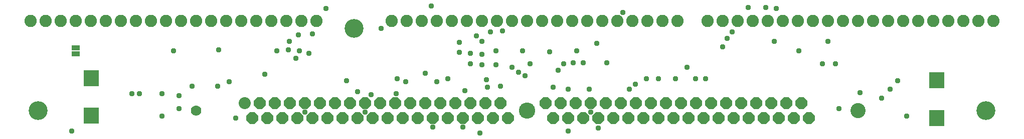
<source format=gts>
G04 EAGLE Gerber RS-274X export*
G75*
%MOMM*%
%FSLAX34Y34*%
%LPD*%
%INSoldermask Top*%
%IPPOS*%
%AMOC8*
5,1,8,0,0,1.08239X$1,22.5*%
G01*
%ADD10C,2.032000*%
%ADD11P,2.199416X8X202.500000*%
%ADD12C,2.565400*%
%ADD13C,1.778000*%
%ADD14C,2.743200*%
%ADD15R,2.603200X2.803200*%
%ADD16C,2.082800*%
%ADD17R,1.473200X0.838200*%
%ADD18C,3.203200*%
%ADD19C,0.955600*%


D10*
X400050Y25400D03*
D11*
X412750Y0D03*
X425450Y25400D03*
X438150Y0D03*
X450850Y25400D03*
X463550Y0D03*
X476250Y25400D03*
X488950Y0D03*
X501650Y25400D03*
X514350Y0D03*
X527050Y25400D03*
X539750Y0D03*
X552450Y25400D03*
X565150Y0D03*
X577850Y25400D03*
X590550Y0D03*
X603250Y25400D03*
X615950Y0D03*
X628650Y25400D03*
X641350Y0D03*
X654050Y25400D03*
X666750Y0D03*
X679450Y25400D03*
X692150Y0D03*
X704850Y25400D03*
X717550Y0D03*
X730250Y25400D03*
X742950Y0D03*
X755650Y25400D03*
X768350Y0D03*
X781050Y25400D03*
X793750Y0D03*
X806450Y25400D03*
X819150Y0D03*
X831850Y25400D03*
X844550Y0D03*
X908050Y25400D03*
X920750Y0D03*
X933450Y25400D03*
X946150Y0D03*
X958850Y25400D03*
X971550Y0D03*
X984250Y25400D03*
X996950Y0D03*
X1009650Y25400D03*
X1022350Y0D03*
X1035050Y25400D03*
X1047750Y0D03*
X1060450Y25400D03*
X1073150Y0D03*
X1085850Y25400D03*
X1098550Y0D03*
X1111250Y25400D03*
X1123950Y0D03*
X1136650Y25400D03*
X1149350Y0D03*
X1162050Y25400D03*
X1174750Y0D03*
X1187450Y25400D03*
X1200150Y0D03*
X1212850Y25400D03*
X1225550Y0D03*
X1238250Y25400D03*
X1250950Y0D03*
X1263650Y25400D03*
X1276350Y0D03*
X1289050Y25400D03*
X1301750Y0D03*
X1314450Y25400D03*
X1327150Y0D03*
X1339850Y25400D03*
X1352550Y0D03*
D12*
X1435100Y12700D03*
D13*
X317500Y12700D03*
D14*
X876300Y12700D03*
D15*
X1568450Y64000D03*
X1568450Y0D03*
X140970Y67560D03*
X140970Y3560D03*
D16*
X38100Y165100D03*
X63500Y165100D03*
X88900Y165100D03*
X114300Y165100D03*
X139700Y165100D03*
X165100Y165100D03*
X190500Y165100D03*
X215900Y165100D03*
X241300Y165100D03*
X266700Y165100D03*
X292100Y165100D03*
X317500Y165100D03*
X342900Y165100D03*
X368300Y165100D03*
X393700Y165100D03*
X419100Y165100D03*
X444500Y165100D03*
X469900Y165100D03*
X495300Y165100D03*
X520700Y165100D03*
X647700Y165100D03*
X673100Y165100D03*
X698500Y165100D03*
X723900Y165100D03*
X749300Y165100D03*
X774700Y165100D03*
X800100Y165100D03*
X825500Y165100D03*
X850900Y165100D03*
X876300Y165100D03*
X901700Y165100D03*
X927100Y165100D03*
X952500Y165100D03*
X977900Y165100D03*
X1003300Y165100D03*
X1028700Y165100D03*
X1054100Y165100D03*
X1079500Y165100D03*
X1104900Y165100D03*
X1130300Y165100D03*
X1181100Y165100D03*
X1206500Y165100D03*
X1231900Y165100D03*
X1257300Y165100D03*
X1282700Y165100D03*
X1308100Y165100D03*
X1333500Y165100D03*
X1358900Y165100D03*
X1384300Y165100D03*
X1409700Y165100D03*
X1435100Y165100D03*
X1460500Y165100D03*
X1485900Y165100D03*
X1511300Y165100D03*
X1536700Y165100D03*
X1562100Y165100D03*
X1587500Y165100D03*
X1612900Y165100D03*
X1638300Y165100D03*
X1663700Y165100D03*
D17*
X114300Y119380D03*
X114300Y109220D03*
D18*
X50800Y12700D03*
X1651000Y12700D03*
X584200Y152400D03*
D19*
X796925Y-25400D03*
X311150Y53975D03*
X260350Y41275D03*
X209550Y41275D03*
X222250Y41275D03*
X260350Y3175D03*
X107950Y-22225D03*
X1403350Y15875D03*
X1517650Y3175D03*
X384175Y0D03*
X1077913Y66675D03*
X823913Y114300D03*
X823913Y90488D03*
X279400Y114300D03*
X850900Y85725D03*
X474663Y130175D03*
X946150Y-22225D03*
X768350Y-15875D03*
X717550Y-15875D03*
X288925Y38100D03*
X288925Y15875D03*
X490538Y141288D03*
X354013Y53975D03*
X514350Y142875D03*
X1098550Y66675D03*
X914400Y112713D03*
X762000Y111125D03*
X355600Y115888D03*
X655638Y41275D03*
X671513Y61913D03*
X373063Y61913D03*
X603250Y9525D03*
X612775Y39688D03*
X590550Y44450D03*
X630238Y152400D03*
X1049338Y49213D03*
X809625Y52388D03*
X1058863Y57150D03*
X984250Y9525D03*
X981075Y49213D03*
X920750Y52388D03*
X831850Y53975D03*
X928688Y80963D03*
X1038225Y179388D03*
X954088Y93663D03*
X960438Y114300D03*
X1011238Y93663D03*
X971550Y93663D03*
X771525Y46038D03*
X433388Y74613D03*
X781050Y92075D03*
X808038Y65088D03*
X873125Y71438D03*
X881063Y92075D03*
X938213Y92075D03*
X453565Y114300D03*
X790575Y139700D03*
X781050Y109998D03*
X492125Y114300D03*
X800100Y107950D03*
X800100Y130175D03*
X473075Y115888D03*
X1279525Y187325D03*
X1214438Y134938D03*
X714375Y190500D03*
X1249363Y187325D03*
X1222375Y146050D03*
X704850Y76200D03*
X800100Y90488D03*
X814388Y146050D03*
X723900Y61913D03*
X862013Y77788D03*
X868363Y114300D03*
X835025Y147638D03*
X1335088Y114300D03*
X657225Y66675D03*
X571500Y63500D03*
X536575Y185738D03*
X508000Y109538D03*
X1296988Y185738D03*
X501650Y9525D03*
X485775Y101600D03*
X762000Y128588D03*
X993775Y127000D03*
X1206500Y120650D03*
X1293813Y130175D03*
X1384300Y130175D03*
X996950Y-17463D03*
X1374775Y92075D03*
X1160463Y66675D03*
X1127125Y66675D03*
X1146175Y85725D03*
X1177925Y66675D03*
X1438275Y42863D03*
X742950Y66675D03*
X946150Y48753D03*
X1501775Y63500D03*
X1489075Y49213D03*
X1397000Y92075D03*
X1474788Y33338D03*
M02*

</source>
